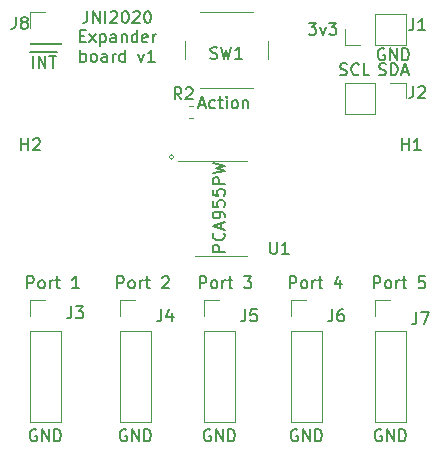
<source format=gbr>
%TF.GenerationSoftware,KiCad,Pcbnew,(5.1.6)-1*%
%TF.CreationDate,2020-09-04T22:07:04+02:00*%
%TF.ProjectId,gpioexpander,6770696f-6578-4706-916e-6465722e6b69,rev?*%
%TF.SameCoordinates,Original*%
%TF.FileFunction,Legend,Top*%
%TF.FilePolarity,Positive*%
%FSLAX46Y46*%
G04 Gerber Fmt 4.6, Leading zero omitted, Abs format (unit mm)*
G04 Created by KiCad (PCBNEW (5.1.6)-1) date 2020-09-04 22:07:04*
%MOMM*%
%LPD*%
G01*
G04 APERTURE LIST*
%ADD10C,0.150000*%
%ADD11C,0.120000*%
G04 APERTURE END LIST*
D10*
X118427761Y-64682666D02*
X118903952Y-64682666D01*
X118332523Y-64968380D02*
X118665857Y-63968380D01*
X118999190Y-64968380D01*
X119761095Y-64920761D02*
X119665857Y-64968380D01*
X119475380Y-64968380D01*
X119380142Y-64920761D01*
X119332523Y-64873142D01*
X119284904Y-64777904D01*
X119284904Y-64492190D01*
X119332523Y-64396952D01*
X119380142Y-64349333D01*
X119475380Y-64301714D01*
X119665857Y-64301714D01*
X119761095Y-64349333D01*
X120046809Y-64301714D02*
X120427761Y-64301714D01*
X120189666Y-63968380D02*
X120189666Y-64825523D01*
X120237285Y-64920761D01*
X120332523Y-64968380D01*
X120427761Y-64968380D01*
X120761095Y-64968380D02*
X120761095Y-64301714D01*
X120761095Y-63968380D02*
X120713476Y-64016000D01*
X120761095Y-64063619D01*
X120808714Y-64016000D01*
X120761095Y-63968380D01*
X120761095Y-64063619D01*
X121380142Y-64968380D02*
X121284904Y-64920761D01*
X121237285Y-64873142D01*
X121189666Y-64777904D01*
X121189666Y-64492190D01*
X121237285Y-64396952D01*
X121284904Y-64349333D01*
X121380142Y-64301714D01*
X121523000Y-64301714D01*
X121618238Y-64349333D01*
X121665857Y-64396952D01*
X121713476Y-64492190D01*
X121713476Y-64777904D01*
X121665857Y-64873142D01*
X121618238Y-64920761D01*
X121523000Y-64968380D01*
X121380142Y-64968380D01*
X122142047Y-64301714D02*
X122142047Y-64968380D01*
X122142047Y-64396952D02*
X122189666Y-64349333D01*
X122284904Y-64301714D01*
X122427761Y-64301714D01*
X122523000Y-64349333D01*
X122570619Y-64444571D01*
X122570619Y-64968380D01*
D11*
X116257605Y-69088000D02*
G75*
G03*
X116257605Y-69088000I-179605J0D01*
G01*
D10*
X104140142Y-60172000D02*
X104616333Y-60172000D01*
X104378238Y-61539380D02*
X104378238Y-60539380D01*
X104616333Y-60172000D02*
X105663952Y-60172000D01*
X104854428Y-61539380D02*
X104854428Y-60539380D01*
X105425857Y-61539380D01*
X105425857Y-60539380D01*
X105663952Y-60172000D02*
X106425857Y-60172000D01*
X105759190Y-60539380D02*
X106330619Y-60539380D01*
X106044904Y-61539380D02*
X106044904Y-60539380D01*
X134112095Y-59952000D02*
X134016857Y-59904380D01*
X133874000Y-59904380D01*
X133731142Y-59952000D01*
X133635904Y-60047238D01*
X133588285Y-60142476D01*
X133540666Y-60332952D01*
X133540666Y-60475809D01*
X133588285Y-60666285D01*
X133635904Y-60761523D01*
X133731142Y-60856761D01*
X133874000Y-60904380D01*
X133969238Y-60904380D01*
X134112095Y-60856761D01*
X134159714Y-60809142D01*
X134159714Y-60475809D01*
X133969238Y-60475809D01*
X134588285Y-60904380D02*
X134588285Y-59904380D01*
X135159714Y-60904380D01*
X135159714Y-59904380D01*
X135635904Y-60904380D02*
X135635904Y-59904380D01*
X135874000Y-59904380D01*
X136016857Y-59952000D01*
X136112095Y-60047238D01*
X136159714Y-60142476D01*
X136207333Y-60332952D01*
X136207333Y-60475809D01*
X136159714Y-60666285D01*
X136112095Y-60761523D01*
X136016857Y-60856761D01*
X135874000Y-60904380D01*
X135635904Y-60904380D01*
X133659714Y-62126761D02*
X133802571Y-62174380D01*
X134040666Y-62174380D01*
X134135904Y-62126761D01*
X134183523Y-62079142D01*
X134231142Y-61983904D01*
X134231142Y-61888666D01*
X134183523Y-61793428D01*
X134135904Y-61745809D01*
X134040666Y-61698190D01*
X133850190Y-61650571D01*
X133754952Y-61602952D01*
X133707333Y-61555333D01*
X133659714Y-61460095D01*
X133659714Y-61364857D01*
X133707333Y-61269619D01*
X133754952Y-61222000D01*
X133850190Y-61174380D01*
X134088285Y-61174380D01*
X134231142Y-61222000D01*
X134659714Y-62174380D02*
X134659714Y-61174380D01*
X134897809Y-61174380D01*
X135040666Y-61222000D01*
X135135904Y-61317238D01*
X135183523Y-61412476D01*
X135231142Y-61602952D01*
X135231142Y-61745809D01*
X135183523Y-61936285D01*
X135135904Y-62031523D01*
X135040666Y-62126761D01*
X134897809Y-62174380D01*
X134659714Y-62174380D01*
X135612095Y-61888666D02*
X136088285Y-61888666D01*
X135516857Y-62174380D02*
X135850190Y-61174380D01*
X136183523Y-62174380D01*
X130381523Y-62126761D02*
X130524380Y-62174380D01*
X130762476Y-62174380D01*
X130857714Y-62126761D01*
X130905333Y-62079142D01*
X130952952Y-61983904D01*
X130952952Y-61888666D01*
X130905333Y-61793428D01*
X130857714Y-61745809D01*
X130762476Y-61698190D01*
X130572000Y-61650571D01*
X130476761Y-61602952D01*
X130429142Y-61555333D01*
X130381523Y-61460095D01*
X130381523Y-61364857D01*
X130429142Y-61269619D01*
X130476761Y-61222000D01*
X130572000Y-61174380D01*
X130810095Y-61174380D01*
X130952952Y-61222000D01*
X131952952Y-62079142D02*
X131905333Y-62126761D01*
X131762476Y-62174380D01*
X131667238Y-62174380D01*
X131524380Y-62126761D01*
X131429142Y-62031523D01*
X131381523Y-61936285D01*
X131333904Y-61745809D01*
X131333904Y-61602952D01*
X131381523Y-61412476D01*
X131429142Y-61317238D01*
X131524380Y-61222000D01*
X131667238Y-61174380D01*
X131762476Y-61174380D01*
X131905333Y-61222000D01*
X131952952Y-61269619D01*
X132857714Y-62174380D02*
X132381523Y-62174380D01*
X132381523Y-61174380D01*
X133858095Y-92210000D02*
X133762857Y-92162380D01*
X133620000Y-92162380D01*
X133477142Y-92210000D01*
X133381904Y-92305238D01*
X133334285Y-92400476D01*
X133286666Y-92590952D01*
X133286666Y-92733809D01*
X133334285Y-92924285D01*
X133381904Y-93019523D01*
X133477142Y-93114761D01*
X133620000Y-93162380D01*
X133715238Y-93162380D01*
X133858095Y-93114761D01*
X133905714Y-93067142D01*
X133905714Y-92733809D01*
X133715238Y-92733809D01*
X134334285Y-93162380D02*
X134334285Y-92162380D01*
X134905714Y-93162380D01*
X134905714Y-92162380D01*
X135381904Y-93162380D02*
X135381904Y-92162380D01*
X135620000Y-92162380D01*
X135762857Y-92210000D01*
X135858095Y-92305238D01*
X135905714Y-92400476D01*
X135953333Y-92590952D01*
X135953333Y-92733809D01*
X135905714Y-92924285D01*
X135858095Y-93019523D01*
X135762857Y-93114761D01*
X135620000Y-93162380D01*
X135381904Y-93162380D01*
X126746095Y-92210000D02*
X126650857Y-92162380D01*
X126508000Y-92162380D01*
X126365142Y-92210000D01*
X126269904Y-92305238D01*
X126222285Y-92400476D01*
X126174666Y-92590952D01*
X126174666Y-92733809D01*
X126222285Y-92924285D01*
X126269904Y-93019523D01*
X126365142Y-93114761D01*
X126508000Y-93162380D01*
X126603238Y-93162380D01*
X126746095Y-93114761D01*
X126793714Y-93067142D01*
X126793714Y-92733809D01*
X126603238Y-92733809D01*
X127222285Y-93162380D02*
X127222285Y-92162380D01*
X127793714Y-93162380D01*
X127793714Y-92162380D01*
X128269904Y-93162380D02*
X128269904Y-92162380D01*
X128508000Y-92162380D01*
X128650857Y-92210000D01*
X128746095Y-92305238D01*
X128793714Y-92400476D01*
X128841333Y-92590952D01*
X128841333Y-92733809D01*
X128793714Y-92924285D01*
X128746095Y-93019523D01*
X128650857Y-93114761D01*
X128508000Y-93162380D01*
X128269904Y-93162380D01*
X119380095Y-92210000D02*
X119284857Y-92162380D01*
X119142000Y-92162380D01*
X118999142Y-92210000D01*
X118903904Y-92305238D01*
X118856285Y-92400476D01*
X118808666Y-92590952D01*
X118808666Y-92733809D01*
X118856285Y-92924285D01*
X118903904Y-93019523D01*
X118999142Y-93114761D01*
X119142000Y-93162380D01*
X119237238Y-93162380D01*
X119380095Y-93114761D01*
X119427714Y-93067142D01*
X119427714Y-92733809D01*
X119237238Y-92733809D01*
X119856285Y-93162380D02*
X119856285Y-92162380D01*
X120427714Y-93162380D01*
X120427714Y-92162380D01*
X120903904Y-93162380D02*
X120903904Y-92162380D01*
X121142000Y-92162380D01*
X121284857Y-92210000D01*
X121380095Y-92305238D01*
X121427714Y-92400476D01*
X121475333Y-92590952D01*
X121475333Y-92733809D01*
X121427714Y-92924285D01*
X121380095Y-93019523D01*
X121284857Y-93114761D01*
X121142000Y-93162380D01*
X120903904Y-93162380D01*
X112268095Y-92210000D02*
X112172857Y-92162380D01*
X112030000Y-92162380D01*
X111887142Y-92210000D01*
X111791904Y-92305238D01*
X111744285Y-92400476D01*
X111696666Y-92590952D01*
X111696666Y-92733809D01*
X111744285Y-92924285D01*
X111791904Y-93019523D01*
X111887142Y-93114761D01*
X112030000Y-93162380D01*
X112125238Y-93162380D01*
X112268095Y-93114761D01*
X112315714Y-93067142D01*
X112315714Y-92733809D01*
X112125238Y-92733809D01*
X112744285Y-93162380D02*
X112744285Y-92162380D01*
X113315714Y-93162380D01*
X113315714Y-92162380D01*
X113791904Y-93162380D02*
X113791904Y-92162380D01*
X114030000Y-92162380D01*
X114172857Y-92210000D01*
X114268095Y-92305238D01*
X114315714Y-92400476D01*
X114363333Y-92590952D01*
X114363333Y-92733809D01*
X114315714Y-92924285D01*
X114268095Y-93019523D01*
X114172857Y-93114761D01*
X114030000Y-93162380D01*
X113791904Y-93162380D01*
X104648095Y-92210000D02*
X104552857Y-92162380D01*
X104410000Y-92162380D01*
X104267142Y-92210000D01*
X104171904Y-92305238D01*
X104124285Y-92400476D01*
X104076666Y-92590952D01*
X104076666Y-92733809D01*
X104124285Y-92924285D01*
X104171904Y-93019523D01*
X104267142Y-93114761D01*
X104410000Y-93162380D01*
X104505238Y-93162380D01*
X104648095Y-93114761D01*
X104695714Y-93067142D01*
X104695714Y-92733809D01*
X104505238Y-92733809D01*
X105124285Y-93162380D02*
X105124285Y-92162380D01*
X105695714Y-93162380D01*
X105695714Y-92162380D01*
X106171904Y-93162380D02*
X106171904Y-92162380D01*
X106410000Y-92162380D01*
X106552857Y-92210000D01*
X106648095Y-92305238D01*
X106695714Y-92400476D01*
X106743333Y-92590952D01*
X106743333Y-92733809D01*
X106695714Y-92924285D01*
X106648095Y-93019523D01*
X106552857Y-93114761D01*
X106410000Y-93162380D01*
X106171904Y-93162380D01*
X133215333Y-80208380D02*
X133215333Y-79208380D01*
X133596285Y-79208380D01*
X133691523Y-79256000D01*
X133739142Y-79303619D01*
X133786761Y-79398857D01*
X133786761Y-79541714D01*
X133739142Y-79636952D01*
X133691523Y-79684571D01*
X133596285Y-79732190D01*
X133215333Y-79732190D01*
X134358190Y-80208380D02*
X134262952Y-80160761D01*
X134215333Y-80113142D01*
X134167714Y-80017904D01*
X134167714Y-79732190D01*
X134215333Y-79636952D01*
X134262952Y-79589333D01*
X134358190Y-79541714D01*
X134501047Y-79541714D01*
X134596285Y-79589333D01*
X134643904Y-79636952D01*
X134691523Y-79732190D01*
X134691523Y-80017904D01*
X134643904Y-80113142D01*
X134596285Y-80160761D01*
X134501047Y-80208380D01*
X134358190Y-80208380D01*
X135120095Y-80208380D02*
X135120095Y-79541714D01*
X135120095Y-79732190D02*
X135167714Y-79636952D01*
X135215333Y-79589333D01*
X135310571Y-79541714D01*
X135405809Y-79541714D01*
X135596285Y-79541714D02*
X135977238Y-79541714D01*
X135739142Y-79208380D02*
X135739142Y-80065523D01*
X135786761Y-80160761D01*
X135882000Y-80208380D01*
X135977238Y-80208380D01*
X137548666Y-79208380D02*
X137072476Y-79208380D01*
X137024857Y-79684571D01*
X137072476Y-79636952D01*
X137167714Y-79589333D01*
X137405809Y-79589333D01*
X137501047Y-79636952D01*
X137548666Y-79684571D01*
X137596285Y-79779809D01*
X137596285Y-80017904D01*
X137548666Y-80113142D01*
X137501047Y-80160761D01*
X137405809Y-80208380D01*
X137167714Y-80208380D01*
X137072476Y-80160761D01*
X137024857Y-80113142D01*
X126103333Y-80208380D02*
X126103333Y-79208380D01*
X126484285Y-79208380D01*
X126579523Y-79256000D01*
X126627142Y-79303619D01*
X126674761Y-79398857D01*
X126674761Y-79541714D01*
X126627142Y-79636952D01*
X126579523Y-79684571D01*
X126484285Y-79732190D01*
X126103333Y-79732190D01*
X127246190Y-80208380D02*
X127150952Y-80160761D01*
X127103333Y-80113142D01*
X127055714Y-80017904D01*
X127055714Y-79732190D01*
X127103333Y-79636952D01*
X127150952Y-79589333D01*
X127246190Y-79541714D01*
X127389047Y-79541714D01*
X127484285Y-79589333D01*
X127531904Y-79636952D01*
X127579523Y-79732190D01*
X127579523Y-80017904D01*
X127531904Y-80113142D01*
X127484285Y-80160761D01*
X127389047Y-80208380D01*
X127246190Y-80208380D01*
X128008095Y-80208380D02*
X128008095Y-79541714D01*
X128008095Y-79732190D02*
X128055714Y-79636952D01*
X128103333Y-79589333D01*
X128198571Y-79541714D01*
X128293809Y-79541714D01*
X128484285Y-79541714D02*
X128865238Y-79541714D01*
X128627142Y-79208380D02*
X128627142Y-80065523D01*
X128674761Y-80160761D01*
X128770000Y-80208380D01*
X128865238Y-80208380D01*
X130389047Y-79541714D02*
X130389047Y-80208380D01*
X130150952Y-79160761D02*
X129912857Y-79875047D01*
X130531904Y-79875047D01*
X118483333Y-80208380D02*
X118483333Y-79208380D01*
X118864285Y-79208380D01*
X118959523Y-79256000D01*
X119007142Y-79303619D01*
X119054761Y-79398857D01*
X119054761Y-79541714D01*
X119007142Y-79636952D01*
X118959523Y-79684571D01*
X118864285Y-79732190D01*
X118483333Y-79732190D01*
X119626190Y-80208380D02*
X119530952Y-80160761D01*
X119483333Y-80113142D01*
X119435714Y-80017904D01*
X119435714Y-79732190D01*
X119483333Y-79636952D01*
X119530952Y-79589333D01*
X119626190Y-79541714D01*
X119769047Y-79541714D01*
X119864285Y-79589333D01*
X119911904Y-79636952D01*
X119959523Y-79732190D01*
X119959523Y-80017904D01*
X119911904Y-80113142D01*
X119864285Y-80160761D01*
X119769047Y-80208380D01*
X119626190Y-80208380D01*
X120388095Y-80208380D02*
X120388095Y-79541714D01*
X120388095Y-79732190D02*
X120435714Y-79636952D01*
X120483333Y-79589333D01*
X120578571Y-79541714D01*
X120673809Y-79541714D01*
X120864285Y-79541714D02*
X121245238Y-79541714D01*
X121007142Y-79208380D02*
X121007142Y-80065523D01*
X121054761Y-80160761D01*
X121150000Y-80208380D01*
X121245238Y-80208380D01*
X122245238Y-79208380D02*
X122864285Y-79208380D01*
X122530952Y-79589333D01*
X122673809Y-79589333D01*
X122769047Y-79636952D01*
X122816666Y-79684571D01*
X122864285Y-79779809D01*
X122864285Y-80017904D01*
X122816666Y-80113142D01*
X122769047Y-80160761D01*
X122673809Y-80208380D01*
X122388095Y-80208380D01*
X122292857Y-80160761D01*
X122245238Y-80113142D01*
X111498333Y-80208380D02*
X111498333Y-79208380D01*
X111879285Y-79208380D01*
X111974523Y-79256000D01*
X112022142Y-79303619D01*
X112069761Y-79398857D01*
X112069761Y-79541714D01*
X112022142Y-79636952D01*
X111974523Y-79684571D01*
X111879285Y-79732190D01*
X111498333Y-79732190D01*
X112641190Y-80208380D02*
X112545952Y-80160761D01*
X112498333Y-80113142D01*
X112450714Y-80017904D01*
X112450714Y-79732190D01*
X112498333Y-79636952D01*
X112545952Y-79589333D01*
X112641190Y-79541714D01*
X112784047Y-79541714D01*
X112879285Y-79589333D01*
X112926904Y-79636952D01*
X112974523Y-79732190D01*
X112974523Y-80017904D01*
X112926904Y-80113142D01*
X112879285Y-80160761D01*
X112784047Y-80208380D01*
X112641190Y-80208380D01*
X113403095Y-80208380D02*
X113403095Y-79541714D01*
X113403095Y-79732190D02*
X113450714Y-79636952D01*
X113498333Y-79589333D01*
X113593571Y-79541714D01*
X113688809Y-79541714D01*
X113879285Y-79541714D02*
X114260238Y-79541714D01*
X114022142Y-79208380D02*
X114022142Y-80065523D01*
X114069761Y-80160761D01*
X114165000Y-80208380D01*
X114260238Y-80208380D01*
X115307857Y-79303619D02*
X115355476Y-79256000D01*
X115450714Y-79208380D01*
X115688809Y-79208380D01*
X115784047Y-79256000D01*
X115831666Y-79303619D01*
X115879285Y-79398857D01*
X115879285Y-79494095D01*
X115831666Y-79636952D01*
X115260238Y-80208380D01*
X115879285Y-80208380D01*
X103878333Y-80208380D02*
X103878333Y-79208380D01*
X104259285Y-79208380D01*
X104354523Y-79256000D01*
X104402142Y-79303619D01*
X104449761Y-79398857D01*
X104449761Y-79541714D01*
X104402142Y-79636952D01*
X104354523Y-79684571D01*
X104259285Y-79732190D01*
X103878333Y-79732190D01*
X105021190Y-80208380D02*
X104925952Y-80160761D01*
X104878333Y-80113142D01*
X104830714Y-80017904D01*
X104830714Y-79732190D01*
X104878333Y-79636952D01*
X104925952Y-79589333D01*
X105021190Y-79541714D01*
X105164047Y-79541714D01*
X105259285Y-79589333D01*
X105306904Y-79636952D01*
X105354523Y-79732190D01*
X105354523Y-80017904D01*
X105306904Y-80113142D01*
X105259285Y-80160761D01*
X105164047Y-80208380D01*
X105021190Y-80208380D01*
X105783095Y-80208380D02*
X105783095Y-79541714D01*
X105783095Y-79732190D02*
X105830714Y-79636952D01*
X105878333Y-79589333D01*
X105973571Y-79541714D01*
X106068809Y-79541714D01*
X106259285Y-79541714D02*
X106640238Y-79541714D01*
X106402142Y-79208380D02*
X106402142Y-80065523D01*
X106449761Y-80160761D01*
X106545000Y-80208380D01*
X106640238Y-80208380D01*
X108259285Y-80208380D02*
X107687857Y-80208380D01*
X107973571Y-80208380D02*
X107973571Y-79208380D01*
X107878333Y-79351238D01*
X107783095Y-79446476D01*
X107687857Y-79494095D01*
X120594380Y-77096476D02*
X119594380Y-77096476D01*
X119594380Y-76715523D01*
X119642000Y-76620285D01*
X119689619Y-76572666D01*
X119784857Y-76525047D01*
X119927714Y-76525047D01*
X120022952Y-76572666D01*
X120070571Y-76620285D01*
X120118190Y-76715523D01*
X120118190Y-77096476D01*
X120499142Y-75525047D02*
X120546761Y-75572666D01*
X120594380Y-75715523D01*
X120594380Y-75810761D01*
X120546761Y-75953619D01*
X120451523Y-76048857D01*
X120356285Y-76096476D01*
X120165809Y-76144095D01*
X120022952Y-76144095D01*
X119832476Y-76096476D01*
X119737238Y-76048857D01*
X119642000Y-75953619D01*
X119594380Y-75810761D01*
X119594380Y-75715523D01*
X119642000Y-75572666D01*
X119689619Y-75525047D01*
X120308666Y-75144095D02*
X120308666Y-74667904D01*
X120594380Y-75239333D02*
X119594380Y-74906000D01*
X120594380Y-74572666D01*
X120594380Y-74191714D02*
X120594380Y-74001238D01*
X120546761Y-73906000D01*
X120499142Y-73858380D01*
X120356285Y-73763142D01*
X120165809Y-73715523D01*
X119784857Y-73715523D01*
X119689619Y-73763142D01*
X119642000Y-73810761D01*
X119594380Y-73906000D01*
X119594380Y-74096476D01*
X119642000Y-74191714D01*
X119689619Y-74239333D01*
X119784857Y-74286952D01*
X120022952Y-74286952D01*
X120118190Y-74239333D01*
X120165809Y-74191714D01*
X120213428Y-74096476D01*
X120213428Y-73906000D01*
X120165809Y-73810761D01*
X120118190Y-73763142D01*
X120022952Y-73715523D01*
X119594380Y-72810761D02*
X119594380Y-73286952D01*
X120070571Y-73334571D01*
X120022952Y-73286952D01*
X119975333Y-73191714D01*
X119975333Y-72953619D01*
X120022952Y-72858380D01*
X120070571Y-72810761D01*
X120165809Y-72763142D01*
X120403904Y-72763142D01*
X120499142Y-72810761D01*
X120546761Y-72858380D01*
X120594380Y-72953619D01*
X120594380Y-73191714D01*
X120546761Y-73286952D01*
X120499142Y-73334571D01*
X119594380Y-71858380D02*
X119594380Y-72334571D01*
X120070571Y-72382190D01*
X120022952Y-72334571D01*
X119975333Y-72239333D01*
X119975333Y-72001238D01*
X120022952Y-71906000D01*
X120070571Y-71858380D01*
X120165809Y-71810761D01*
X120403904Y-71810761D01*
X120499142Y-71858380D01*
X120546761Y-71906000D01*
X120594380Y-72001238D01*
X120594380Y-72239333D01*
X120546761Y-72334571D01*
X120499142Y-72382190D01*
X120594380Y-71382190D02*
X119594380Y-71382190D01*
X119594380Y-71001238D01*
X119642000Y-70906000D01*
X119689619Y-70858380D01*
X119784857Y-70810761D01*
X119927714Y-70810761D01*
X120022952Y-70858380D01*
X120070571Y-70906000D01*
X120118190Y-71001238D01*
X120118190Y-71382190D01*
X119594380Y-70477428D02*
X120594380Y-70239333D01*
X119880095Y-70048857D01*
X120594380Y-69858380D01*
X119594380Y-69620285D01*
X108982190Y-56730380D02*
X108982190Y-57444666D01*
X108934571Y-57587523D01*
X108839333Y-57682761D01*
X108696476Y-57730380D01*
X108601238Y-57730380D01*
X109458380Y-57730380D02*
X109458380Y-56730380D01*
X110029809Y-57730380D01*
X110029809Y-56730380D01*
X110506000Y-57730380D02*
X110506000Y-56730380D01*
X110934571Y-56825619D02*
X110982190Y-56778000D01*
X111077428Y-56730380D01*
X111315523Y-56730380D01*
X111410761Y-56778000D01*
X111458380Y-56825619D01*
X111506000Y-56920857D01*
X111506000Y-57016095D01*
X111458380Y-57158952D01*
X110886952Y-57730380D01*
X111506000Y-57730380D01*
X112125047Y-56730380D02*
X112220285Y-56730380D01*
X112315523Y-56778000D01*
X112363142Y-56825619D01*
X112410761Y-56920857D01*
X112458380Y-57111333D01*
X112458380Y-57349428D01*
X112410761Y-57539904D01*
X112363142Y-57635142D01*
X112315523Y-57682761D01*
X112220285Y-57730380D01*
X112125047Y-57730380D01*
X112029809Y-57682761D01*
X111982190Y-57635142D01*
X111934571Y-57539904D01*
X111886952Y-57349428D01*
X111886952Y-57111333D01*
X111934571Y-56920857D01*
X111982190Y-56825619D01*
X112029809Y-56778000D01*
X112125047Y-56730380D01*
X112839333Y-56825619D02*
X112886952Y-56778000D01*
X112982190Y-56730380D01*
X113220285Y-56730380D01*
X113315523Y-56778000D01*
X113363142Y-56825619D01*
X113410761Y-56920857D01*
X113410761Y-57016095D01*
X113363142Y-57158952D01*
X112791714Y-57730380D01*
X113410761Y-57730380D01*
X114029809Y-56730380D02*
X114125047Y-56730380D01*
X114220285Y-56778000D01*
X114267904Y-56825619D01*
X114315523Y-56920857D01*
X114363142Y-57111333D01*
X114363142Y-57349428D01*
X114315523Y-57539904D01*
X114267904Y-57635142D01*
X114220285Y-57682761D01*
X114125047Y-57730380D01*
X114029809Y-57730380D01*
X113934571Y-57682761D01*
X113886952Y-57635142D01*
X113839333Y-57539904D01*
X113791714Y-57349428D01*
X113791714Y-57111333D01*
X113839333Y-56920857D01*
X113886952Y-56825619D01*
X113934571Y-56778000D01*
X114029809Y-56730380D01*
X108339333Y-58856571D02*
X108672666Y-58856571D01*
X108815523Y-59380380D02*
X108339333Y-59380380D01*
X108339333Y-58380380D01*
X108815523Y-58380380D01*
X109148857Y-59380380D02*
X109672666Y-58713714D01*
X109148857Y-58713714D02*
X109672666Y-59380380D01*
X110053619Y-58713714D02*
X110053619Y-59713714D01*
X110053619Y-58761333D02*
X110148857Y-58713714D01*
X110339333Y-58713714D01*
X110434571Y-58761333D01*
X110482190Y-58808952D01*
X110529809Y-58904190D01*
X110529809Y-59189904D01*
X110482190Y-59285142D01*
X110434571Y-59332761D01*
X110339333Y-59380380D01*
X110148857Y-59380380D01*
X110053619Y-59332761D01*
X111386952Y-59380380D02*
X111386952Y-58856571D01*
X111339333Y-58761333D01*
X111244095Y-58713714D01*
X111053619Y-58713714D01*
X110958380Y-58761333D01*
X111386952Y-59332761D02*
X111291714Y-59380380D01*
X111053619Y-59380380D01*
X110958380Y-59332761D01*
X110910761Y-59237523D01*
X110910761Y-59142285D01*
X110958380Y-59047047D01*
X111053619Y-58999428D01*
X111291714Y-58999428D01*
X111386952Y-58951809D01*
X111863142Y-58713714D02*
X111863142Y-59380380D01*
X111863142Y-58808952D02*
X111910761Y-58761333D01*
X112006000Y-58713714D01*
X112148857Y-58713714D01*
X112244095Y-58761333D01*
X112291714Y-58856571D01*
X112291714Y-59380380D01*
X113196476Y-59380380D02*
X113196476Y-58380380D01*
X113196476Y-59332761D02*
X113101238Y-59380380D01*
X112910761Y-59380380D01*
X112815523Y-59332761D01*
X112767904Y-59285142D01*
X112720285Y-59189904D01*
X112720285Y-58904190D01*
X112767904Y-58808952D01*
X112815523Y-58761333D01*
X112910761Y-58713714D01*
X113101238Y-58713714D01*
X113196476Y-58761333D01*
X114053619Y-59332761D02*
X113958380Y-59380380D01*
X113767904Y-59380380D01*
X113672666Y-59332761D01*
X113625047Y-59237523D01*
X113625047Y-58856571D01*
X113672666Y-58761333D01*
X113767904Y-58713714D01*
X113958380Y-58713714D01*
X114053619Y-58761333D01*
X114101238Y-58856571D01*
X114101238Y-58951809D01*
X113625047Y-59047047D01*
X114529809Y-59380380D02*
X114529809Y-58713714D01*
X114529809Y-58904190D02*
X114577428Y-58808952D01*
X114625047Y-58761333D01*
X114720285Y-58713714D01*
X114815523Y-58713714D01*
X108386952Y-61030380D02*
X108386952Y-60030380D01*
X108386952Y-60411333D02*
X108482190Y-60363714D01*
X108672666Y-60363714D01*
X108767904Y-60411333D01*
X108815523Y-60458952D01*
X108863142Y-60554190D01*
X108863142Y-60839904D01*
X108815523Y-60935142D01*
X108767904Y-60982761D01*
X108672666Y-61030380D01*
X108482190Y-61030380D01*
X108386952Y-60982761D01*
X109434571Y-61030380D02*
X109339333Y-60982761D01*
X109291714Y-60935142D01*
X109244095Y-60839904D01*
X109244095Y-60554190D01*
X109291714Y-60458952D01*
X109339333Y-60411333D01*
X109434571Y-60363714D01*
X109577428Y-60363714D01*
X109672666Y-60411333D01*
X109720285Y-60458952D01*
X109767904Y-60554190D01*
X109767904Y-60839904D01*
X109720285Y-60935142D01*
X109672666Y-60982761D01*
X109577428Y-61030380D01*
X109434571Y-61030380D01*
X110625047Y-61030380D02*
X110625047Y-60506571D01*
X110577428Y-60411333D01*
X110482190Y-60363714D01*
X110291714Y-60363714D01*
X110196476Y-60411333D01*
X110625047Y-60982761D02*
X110529809Y-61030380D01*
X110291714Y-61030380D01*
X110196476Y-60982761D01*
X110148857Y-60887523D01*
X110148857Y-60792285D01*
X110196476Y-60697047D01*
X110291714Y-60649428D01*
X110529809Y-60649428D01*
X110625047Y-60601809D01*
X111101238Y-61030380D02*
X111101238Y-60363714D01*
X111101238Y-60554190D02*
X111148857Y-60458952D01*
X111196476Y-60411333D01*
X111291714Y-60363714D01*
X111386952Y-60363714D01*
X112148857Y-61030380D02*
X112148857Y-60030380D01*
X112148857Y-60982761D02*
X112053619Y-61030380D01*
X111863142Y-61030380D01*
X111767904Y-60982761D01*
X111720285Y-60935142D01*
X111672666Y-60839904D01*
X111672666Y-60554190D01*
X111720285Y-60458952D01*
X111767904Y-60411333D01*
X111863142Y-60363714D01*
X112053619Y-60363714D01*
X112148857Y-60411333D01*
X113291714Y-60363714D02*
X113529809Y-61030380D01*
X113767904Y-60363714D01*
X114672666Y-61030380D02*
X114101238Y-61030380D01*
X114386952Y-61030380D02*
X114386952Y-60030380D01*
X114291714Y-60173238D01*
X114196476Y-60268476D01*
X114101238Y-60316095D01*
X127714523Y-57745380D02*
X128333571Y-57745380D01*
X128000238Y-58126333D01*
X128143095Y-58126333D01*
X128238333Y-58173952D01*
X128285952Y-58221571D01*
X128333571Y-58316809D01*
X128333571Y-58554904D01*
X128285952Y-58650142D01*
X128238333Y-58697761D01*
X128143095Y-58745380D01*
X127857380Y-58745380D01*
X127762142Y-58697761D01*
X127714523Y-58650142D01*
X128666904Y-58078714D02*
X128905000Y-58745380D01*
X129143095Y-58078714D01*
X129428809Y-57745380D02*
X130047857Y-57745380D01*
X129714523Y-58126333D01*
X129857380Y-58126333D01*
X129952619Y-58173952D01*
X130000238Y-58221571D01*
X130047857Y-58316809D01*
X130047857Y-58554904D01*
X130000238Y-58650142D01*
X129952619Y-58697761D01*
X129857380Y-58745380D01*
X129571666Y-58745380D01*
X129476428Y-58697761D01*
X129428809Y-58650142D01*
D11*
%TO.C,U1*%
X120269000Y-69390000D02*
X116669000Y-69390000D01*
X120269000Y-69390000D02*
X122469000Y-69390000D01*
X120269000Y-77460000D02*
X118069000Y-77460000D01*
X120269000Y-77460000D02*
X122469000Y-77460000D01*
%TO.C,R2*%
X117571733Y-64768000D02*
X117914267Y-64768000D01*
X117571733Y-65788000D02*
X117914267Y-65788000D01*
%TO.C,J8*%
X104080000Y-59496000D02*
X106740000Y-59496000D01*
X104080000Y-59436000D02*
X104080000Y-59496000D01*
X106740000Y-59436000D02*
X106740000Y-59496000D01*
X104080000Y-59436000D02*
X106740000Y-59436000D01*
X104080000Y-58166000D02*
X104080000Y-56836000D01*
X104080000Y-56836000D02*
X105410000Y-56836000D01*
%TO.C,J1*%
X135950000Y-59623000D02*
X135950000Y-56963000D01*
X133350000Y-59623000D02*
X135950000Y-59623000D01*
X133350000Y-56963000D02*
X135950000Y-56963000D01*
X133350000Y-59623000D02*
X133350000Y-56963000D01*
X132080000Y-59623000D02*
X130750000Y-59623000D01*
X130750000Y-59623000D02*
X130750000Y-58293000D01*
%TO.C,SW1*%
X118475000Y-63285000D02*
X122975000Y-63285000D01*
X117225000Y-59285000D02*
X117225000Y-60785000D01*
X122975000Y-56785000D02*
X118475000Y-56785000D01*
X124225000Y-60785000D02*
X124225000Y-59285000D01*
%TO.C,J7*%
X133290000Y-91500000D02*
X135950000Y-91500000D01*
X133290000Y-83820000D02*
X133290000Y-91500000D01*
X135950000Y-83820000D02*
X135950000Y-91500000D01*
X133290000Y-83820000D02*
X135950000Y-83820000D01*
X133290000Y-82550000D02*
X133290000Y-81220000D01*
X133290000Y-81220000D02*
X134620000Y-81220000D01*
%TO.C,J6*%
X126178000Y-91500000D02*
X128838000Y-91500000D01*
X126178000Y-83820000D02*
X126178000Y-91500000D01*
X128838000Y-83820000D02*
X128838000Y-91500000D01*
X126178000Y-83820000D02*
X128838000Y-83820000D01*
X126178000Y-82550000D02*
X126178000Y-81220000D01*
X126178000Y-81220000D02*
X127508000Y-81220000D01*
%TO.C,J5*%
X118812000Y-91500000D02*
X121472000Y-91500000D01*
X118812000Y-83820000D02*
X118812000Y-91500000D01*
X121472000Y-83820000D02*
X121472000Y-91500000D01*
X118812000Y-83820000D02*
X121472000Y-83820000D01*
X118812000Y-82550000D02*
X118812000Y-81220000D01*
X118812000Y-81220000D02*
X120142000Y-81220000D01*
%TO.C,J4*%
X111700000Y-91500000D02*
X114360000Y-91500000D01*
X111700000Y-83820000D02*
X111700000Y-91500000D01*
X114360000Y-83820000D02*
X114360000Y-91500000D01*
X111700000Y-83820000D02*
X114360000Y-83820000D01*
X111700000Y-82550000D02*
X111700000Y-81220000D01*
X111700000Y-81220000D02*
X113030000Y-81220000D01*
%TO.C,J3*%
X104080000Y-91500000D02*
X106740000Y-91500000D01*
X104080000Y-83820000D02*
X104080000Y-91500000D01*
X106740000Y-83820000D02*
X106740000Y-91500000D01*
X104080000Y-83820000D02*
X106740000Y-83820000D01*
X104080000Y-82550000D02*
X104080000Y-81220000D01*
X104080000Y-81220000D02*
X105410000Y-81220000D01*
%TO.C,J2*%
X130750000Y-62805000D02*
X130750000Y-65465000D01*
X133350000Y-62805000D02*
X130750000Y-62805000D01*
X133350000Y-65465000D02*
X130750000Y-65465000D01*
X133350000Y-62805000D02*
X133350000Y-65465000D01*
X134620000Y-62805000D02*
X135950000Y-62805000D01*
X135950000Y-62805000D02*
X135950000Y-64135000D01*
%TO.C,U1*%
D10*
X124460095Y-76287380D02*
X124460095Y-77096904D01*
X124507714Y-77192142D01*
X124555333Y-77239761D01*
X124650571Y-77287380D01*
X124841047Y-77287380D01*
X124936285Y-77239761D01*
X124983904Y-77192142D01*
X125031523Y-77096904D01*
X125031523Y-76287380D01*
X126031523Y-77287380D02*
X125460095Y-77287380D01*
X125745809Y-77287380D02*
X125745809Y-76287380D01*
X125650571Y-76430238D01*
X125555333Y-76525476D01*
X125460095Y-76573095D01*
%TO.C,H2*%
X103378095Y-68524380D02*
X103378095Y-67524380D01*
X103378095Y-68000571D02*
X103949523Y-68000571D01*
X103949523Y-68524380D02*
X103949523Y-67524380D01*
X104378095Y-67619619D02*
X104425714Y-67572000D01*
X104520952Y-67524380D01*
X104759047Y-67524380D01*
X104854285Y-67572000D01*
X104901904Y-67619619D01*
X104949523Y-67714857D01*
X104949523Y-67810095D01*
X104901904Y-67952952D01*
X104330476Y-68524380D01*
X104949523Y-68524380D01*
%TO.C,H1*%
X135636095Y-68524380D02*
X135636095Y-67524380D01*
X135636095Y-68000571D02*
X136207523Y-68000571D01*
X136207523Y-68524380D02*
X136207523Y-67524380D01*
X137207523Y-68524380D02*
X136636095Y-68524380D01*
X136921809Y-68524380D02*
X136921809Y-67524380D01*
X136826571Y-67667238D01*
X136731333Y-67762476D01*
X136636095Y-67810095D01*
%TO.C,R2*%
X116927333Y-64206380D02*
X116594000Y-63730190D01*
X116355904Y-64206380D02*
X116355904Y-63206380D01*
X116736857Y-63206380D01*
X116832095Y-63254000D01*
X116879714Y-63301619D01*
X116927333Y-63396857D01*
X116927333Y-63539714D01*
X116879714Y-63634952D01*
X116832095Y-63682571D01*
X116736857Y-63730190D01*
X116355904Y-63730190D01*
X117308285Y-63301619D02*
X117355904Y-63254000D01*
X117451142Y-63206380D01*
X117689238Y-63206380D01*
X117784476Y-63254000D01*
X117832095Y-63301619D01*
X117879714Y-63396857D01*
X117879714Y-63492095D01*
X117832095Y-63634952D01*
X117260666Y-64206380D01*
X117879714Y-64206380D01*
%TO.C,J8*%
X102917666Y-57237380D02*
X102917666Y-57951666D01*
X102870047Y-58094523D01*
X102774809Y-58189761D01*
X102631952Y-58237380D01*
X102536714Y-58237380D01*
X103536714Y-57665952D02*
X103441476Y-57618333D01*
X103393857Y-57570714D01*
X103346238Y-57475476D01*
X103346238Y-57427857D01*
X103393857Y-57332619D01*
X103441476Y-57285000D01*
X103536714Y-57237380D01*
X103727190Y-57237380D01*
X103822428Y-57285000D01*
X103870047Y-57332619D01*
X103917666Y-57427857D01*
X103917666Y-57475476D01*
X103870047Y-57570714D01*
X103822428Y-57618333D01*
X103727190Y-57665952D01*
X103536714Y-57665952D01*
X103441476Y-57713571D01*
X103393857Y-57761190D01*
X103346238Y-57856428D01*
X103346238Y-58046904D01*
X103393857Y-58142142D01*
X103441476Y-58189761D01*
X103536714Y-58237380D01*
X103727190Y-58237380D01*
X103822428Y-58189761D01*
X103870047Y-58142142D01*
X103917666Y-58046904D01*
X103917666Y-57856428D01*
X103870047Y-57761190D01*
X103822428Y-57713571D01*
X103727190Y-57665952D01*
%TO.C,J1*%
X136572666Y-57364380D02*
X136572666Y-58078666D01*
X136525047Y-58221523D01*
X136429809Y-58316761D01*
X136286952Y-58364380D01*
X136191714Y-58364380D01*
X137572666Y-58364380D02*
X137001238Y-58364380D01*
X137286952Y-58364380D02*
X137286952Y-57364380D01*
X137191714Y-57507238D01*
X137096476Y-57602476D01*
X137001238Y-57650095D01*
%TO.C,SW1*%
X119391666Y-60729761D02*
X119534523Y-60777380D01*
X119772619Y-60777380D01*
X119867857Y-60729761D01*
X119915476Y-60682142D01*
X119963095Y-60586904D01*
X119963095Y-60491666D01*
X119915476Y-60396428D01*
X119867857Y-60348809D01*
X119772619Y-60301190D01*
X119582142Y-60253571D01*
X119486904Y-60205952D01*
X119439285Y-60158333D01*
X119391666Y-60063095D01*
X119391666Y-59967857D01*
X119439285Y-59872619D01*
X119486904Y-59825000D01*
X119582142Y-59777380D01*
X119820238Y-59777380D01*
X119963095Y-59825000D01*
X120296428Y-59777380D02*
X120534523Y-60777380D01*
X120725000Y-60063095D01*
X120915476Y-60777380D01*
X121153571Y-59777380D01*
X122058333Y-60777380D02*
X121486904Y-60777380D01*
X121772619Y-60777380D02*
X121772619Y-59777380D01*
X121677380Y-59920238D01*
X121582142Y-60015476D01*
X121486904Y-60063095D01*
%TO.C,J7*%
X136826666Y-82256380D02*
X136826666Y-82970666D01*
X136779047Y-83113523D01*
X136683809Y-83208761D01*
X136540952Y-83256380D01*
X136445714Y-83256380D01*
X137207619Y-82256380D02*
X137874285Y-82256380D01*
X137445714Y-83256380D01*
%TO.C,J6*%
X129714666Y-82002380D02*
X129714666Y-82716666D01*
X129667047Y-82859523D01*
X129571809Y-82954761D01*
X129428952Y-83002380D01*
X129333714Y-83002380D01*
X130619428Y-82002380D02*
X130428952Y-82002380D01*
X130333714Y-82050000D01*
X130286095Y-82097619D01*
X130190857Y-82240476D01*
X130143238Y-82430952D01*
X130143238Y-82811904D01*
X130190857Y-82907142D01*
X130238476Y-82954761D01*
X130333714Y-83002380D01*
X130524190Y-83002380D01*
X130619428Y-82954761D01*
X130667047Y-82907142D01*
X130714666Y-82811904D01*
X130714666Y-82573809D01*
X130667047Y-82478571D01*
X130619428Y-82430952D01*
X130524190Y-82383333D01*
X130333714Y-82383333D01*
X130238476Y-82430952D01*
X130190857Y-82478571D01*
X130143238Y-82573809D01*
%TO.C,J5*%
X122348666Y-82002380D02*
X122348666Y-82716666D01*
X122301047Y-82859523D01*
X122205809Y-82954761D01*
X122062952Y-83002380D01*
X121967714Y-83002380D01*
X123301047Y-82002380D02*
X122824857Y-82002380D01*
X122777238Y-82478571D01*
X122824857Y-82430952D01*
X122920095Y-82383333D01*
X123158190Y-82383333D01*
X123253428Y-82430952D01*
X123301047Y-82478571D01*
X123348666Y-82573809D01*
X123348666Y-82811904D01*
X123301047Y-82907142D01*
X123253428Y-82954761D01*
X123158190Y-83002380D01*
X122920095Y-83002380D01*
X122824857Y-82954761D01*
X122777238Y-82907142D01*
%TO.C,J4*%
X115236666Y-82002380D02*
X115236666Y-82716666D01*
X115189047Y-82859523D01*
X115093809Y-82954761D01*
X114950952Y-83002380D01*
X114855714Y-83002380D01*
X116141428Y-82335714D02*
X116141428Y-83002380D01*
X115903333Y-81954761D02*
X115665238Y-82669047D01*
X116284285Y-82669047D01*
%TO.C,J3*%
X107616666Y-81748380D02*
X107616666Y-82462666D01*
X107569047Y-82605523D01*
X107473809Y-82700761D01*
X107330952Y-82748380D01*
X107235714Y-82748380D01*
X107997619Y-81748380D02*
X108616666Y-81748380D01*
X108283333Y-82129333D01*
X108426190Y-82129333D01*
X108521428Y-82176952D01*
X108569047Y-82224571D01*
X108616666Y-82319809D01*
X108616666Y-82557904D01*
X108569047Y-82653142D01*
X108521428Y-82700761D01*
X108426190Y-82748380D01*
X108140476Y-82748380D01*
X108045238Y-82700761D01*
X107997619Y-82653142D01*
%TO.C,J2*%
X136572666Y-63079380D02*
X136572666Y-63793666D01*
X136525047Y-63936523D01*
X136429809Y-64031761D01*
X136286952Y-64079380D01*
X136191714Y-64079380D01*
X137001238Y-63174619D02*
X137048857Y-63127000D01*
X137144095Y-63079380D01*
X137382190Y-63079380D01*
X137477428Y-63127000D01*
X137525047Y-63174619D01*
X137572666Y-63269857D01*
X137572666Y-63365095D01*
X137525047Y-63507952D01*
X136953619Y-64079380D01*
X137572666Y-64079380D01*
%TD*%
M02*

</source>
